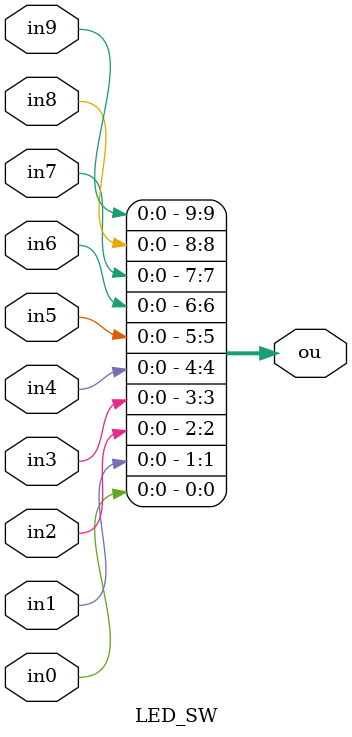
<source format=v>
module LED_SW(
in0,in1,in2,in3,in4,
in5,in6,in7,in8,in9,
ou
);
	input in0,in1,in2,in3,in4;
	input in5,in6,in7,in8,in9;
	output [9:0]ou;
	
	assign ou[0]=in0;
	assign ou[1]=in1;
	assign ou[2]=in2;
	assign ou[3]=in3;
	assign ou[4]=in4;
	assign ou[5]=in5;
	assign ou[6]=in6;
	assign ou[7]=in7;
	assign ou[8]=in8;
	assign ou[9]=in9;
	
endmodule

</source>
